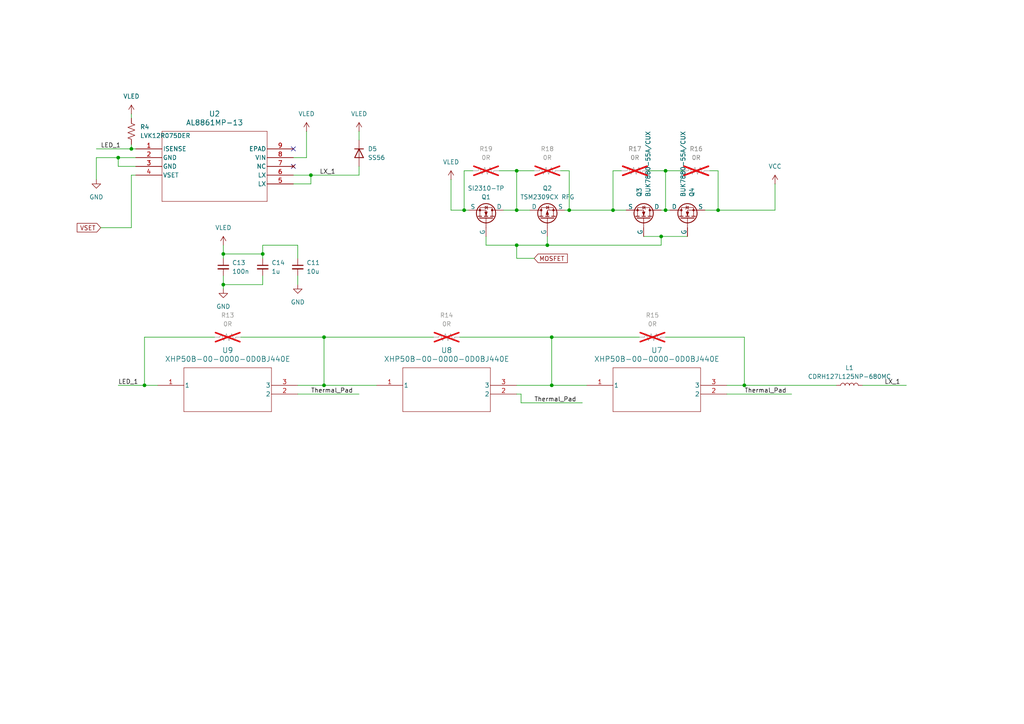
<source format=kicad_sch>
(kicad_sch (version 20250114) (generator "eeschema") (generator_version "9.0")
  (paper "A4")
  (lib_symbols
    (symbol "AL8861MP:AL8861MP-13" (pin_names (offset 0.254))
      (property "Reference" "U" (at 22.86 10.16 0))
      (property "Value" "AL8861MP-13" (at 22.86 7.62 0))
      (symbol "AL8861MP-13_0_1"
        (polyline (pts (xy 7.62 5.08) (xy 7.62 -15.24)) (stroke (width 0.127)))
        (polyline (pts (xy 7.62 -15.24) (xy 38.1 -15.24)) (stroke (width 0.127)))
        (polyline (pts (xy 38.1 5.08) (xy 7.62 5.08)) (stroke (width 0.127)))
        (polyline (pts (xy 38.1 -15.24) (xy 38.1 5.08)) (stroke (width 0.127)))
        (pin unspecified line (at 0 0 0) (length 7.62) (name "ISENSE") (number "1"))
        (pin power_out line (at 0 -2.54 0) (length 7.62) (name "GND") (number "2"))
        (pin power_out line (at 0 -5.08 0) (length 7.62) (name "GND") (number "3"))
        (pin power_in line (at 0 -7.62 0) (length 7.62) (name "VSET") (number "4"))
        (pin power_out line (at 45.72 0 180) (length 7.62) (name "EPAD") (number "9"))
        (pin power_in line (at 45.72 -2.54 180) (length 7.62) (name "VIN") (number "8"))
        (pin no_connect line (at 45.72 -5.08 180) (length 7.62) (name "NC") (number "7"))
        (pin unspecified line (at 45.72 -7.62 180) (length 7.62) (name "LX") (number "6"))
        (pin unspecified line (at 45.72 -10.16 180) (length 7.62) (name "LX") (number "5"))
      )
    )
    (symbol "Device:C_Small" (pin_numbers (hide yes)) (pin_names (offset 0.254) (hide yes))
      (property "Reference" "C" (at 0.254 1.778 0))
      (property "Value" "C_Small" (at 0.254 -2.032 0))
      (symbol "C_Small_0_1"
        (polyline (pts (xy -1.524 0.508) (xy 1.524 0.508)) (stroke (width 0.3048)))
        (polyline (pts (xy -1.524 -0.508) (xy 1.524 -0.508)) (stroke (width 0.3302)))
      )
      (symbol "C_Small_1_1"
        (pin passive line (at 0 2.54 270) (length 2.032) (name "~") (number "1"))
        (pin passive line (at 0 -2.54 90) (length 2.032) (name "~") (number "2"))
      )
    )
    (symbol "Device:D" (pin_numbers (hide yes)) (pin_names (offset 1.016) (hide yes))
      (property "Reference" "D" (at 0 2.54 0))
      (property "Value" "D" (at 0 -2.54 0))
      (symbol "D_0_1"
        (polyline (pts (xy -1.27 1.27) (xy -1.27 -1.27)) (stroke (width 0.254)))
        (polyline (pts (xy 1.27 1.27) (xy 1.27 -1.27) (xy -1.27 0) (xy 1.27 1.27)) (stroke (width 0.254)))
        (polyline (pts (xy 1.27 0) (xy -1.27 0)))
      )
      (symbol "D_1_1"
        (pin passive line (at -3.81 0 0) (length 2.54) (name "K") (number "1"))
        (pin passive line (at 3.81 0 180) (length 2.54) (name "A") (number "2"))
      )
    )
    (symbol "Device:L" (pin_numbers (hide yes)) (pin_names (offset 1.016) (hide yes))
      (property "Reference" "L" (at -1.27 0 90))
      (property "Value" "L" (at 1.905 0 90))
      (symbol "L_0_1"
        (arc (start 0 2.54) (mid 0.6323 1.905) (end 0 1.27))
        (arc (start 0 1.27) (mid 0.6323 0.635) (end 0 0))
        (arc (start 0 0) (mid 0.6323 -0.635) (end 0 -1.27))
        (arc (start 0 -1.27) (mid 0.6323 -1.905) (end 0 -2.54))
      )
      (symbol "L_1_1"
        (pin passive line (at 0 3.81 270) (length 1.27) (name "1") (number "1"))
        (pin passive line (at 0 -3.81 90) (length 1.27) (name "2") (number "2"))
      )
    )
    (symbol "Device:R_US" (pin_numbers (hide yes)) (pin_names (offset 0))
      (property "Reference" "R" (at 2.54 0 90))
      (property "Value" "R_US" (at -2.54 0 90))
      (symbol "R_US_0_1"
        (polyline (pts (xy 0 2.286) (xy 0 2.54)))
        (polyline (pts (xy 0 2.286) (xy 1.016 1.905) (xy 0 1.524) (xy -1.016 1.143) (xy 0 0.762)))
        (polyline (pts (xy 0 0.762) (xy 1.016 0.381) (xy 0 0) (xy -1.016 -0.381) (xy 0 -0.762)))
        (polyline (pts (xy 0 -0.762) (xy 1.016 -1.143) (xy 0 -1.524) (xy -1.016 -1.905) (xy 0 -2.286)))
        (polyline (pts (xy 0 -2.286) (xy 0 -2.54)))
      )
      (symbol "R_US_1_1"
        (pin passive line (at 0 3.81 270) (length 1.27) (name "~") (number "1"))
        (pin passive line (at 0 -3.81 90) (length 1.27) (name "~") (number "2"))
      )
    )
    (symbol "Simulation_SPICE:NMOS" (pin_numbers (hide yes)) (pin_names (offset 0))
      (property "Reference" "Q" (at 5.08 1.27 0))
      (property "Value" "NMOS" (at 5.08 -1.27 0))
      (symbol "NMOS_0_1"
        (polyline (pts (xy 0.254 1.905) (xy 0.254 -1.905)) (stroke (width 0.254)))
        (polyline (pts (xy 0.254 0) (xy -2.54 0)))
        (polyline (pts (xy 0.762 2.286) (xy 0.762 1.27)) (stroke (width 0.254)))
        (polyline (pts (xy 0.762 0.508) (xy 0.762 -0.508)) (stroke (width 0.254)))
        (polyline (pts (xy 0.762 -1.27) (xy 0.762 -2.286)) (stroke (width 0.254)))
        (polyline (pts (xy 0.762 -1.778) (xy 3.302 -1.778) (xy 3.302 1.778) (xy 0.762 1.778)))
        (polyline (pts (xy 1.016 0) (xy 2.032 0.381) (xy 2.032 -0.381) (xy 1.016 0)) (fill (type outline)))
        (circle (center 1.651 0) (radius 2.794) (stroke (width 0.254)))
        (polyline (pts (xy 2.54 2.54) (xy 2.54 1.778)))
        (circle (center 2.54 1.778) (radius 0.254) (fill (type outline)))
        (circle (center 2.54 -1.778) (radius 0.254) (fill (type outline)))
        (polyline (pts (xy 2.54 -2.54) (xy 2.54 0) (xy 0.762 0)))
        (polyline (pts (xy 2.794 0.508) (xy 2.921 0.381) (xy 3.683 0.381) (xy 3.81 0.254)))
        (polyline (pts (xy 3.302 0.381) (xy 2.921 -0.254) (xy 3.683 -0.254) (xy 3.302 0.381)))
      )
      (symbol "NMOS_1_1"
        (pin input line (at -5.08 0 0) (length 2.54) (name "G") (number "2"))
        (pin passive line (at 2.54 5.08 270) (length 2.54) (name "D") (number "1"))
        (pin passive line (at 2.54 -5.08 90) (length 2.54) (name "S") (number "3"))
      )
    )
    (symbol "Simulation_SPICE:PMOS" (pin_numbers (hide yes)) (pin_names (offset 0))
      (property "Reference" "Q" (at 5.08 1.27 0))
      (property "Value" "PMOS" (at 5.08 -1.27 0))
      (symbol "PMOS_0_1"
        (polyline (pts (xy 0.254 1.905) (xy 0.254 -1.905)) (stroke (width 0.254)))
        (polyline (pts (xy 0.254 0) (xy -2.54 0)))
        (polyline (pts (xy 0.762 2.286) (xy 0.762 1.27)) (stroke (width 0.254)))
        (polyline (pts (xy 0.762 1.778) (xy 3.302 1.778) (xy 3.302 -1.778) (xy 0.762 -1.778)))
        (polyline (pts (xy 0.762 0.508) (xy 0.762 -0.508)) (stroke (width 0.254)))
        (polyline (pts (xy 0.762 -1.27) (xy 0.762 -2.286)) (stroke (width 0.254)))
        (circle (center 1.651 0) (radius 2.794) (stroke (width 0.254)))
        (polyline (pts (xy 2.286 0) (xy 1.27 0.381) (xy 1.27 -0.381) (xy 2.286 0)) (fill (type outline)))
        (polyline (pts (xy 2.54 2.54) (xy 2.54 1.778)))
        (circle (center 2.54 1.778) (radius 0.254) (fill (type outline)))
        (circle (center 2.54 -1.778) (radius 0.254) (fill (type outline)))
        (polyline (pts (xy 2.54 -2.54) (xy 2.54 0) (xy 0.762 0)))
        (polyline (pts (xy 2.794 -0.508) (xy 2.921 -0.381) (xy 3.683 -0.381) (xy 3.81 -0.254)))
        (polyline (pts (xy 3.302 -0.381) (xy 2.921 0.254) (xy 3.683 0.254) (xy 3.302 -0.381)))
      )
      (symbol "PMOS_1_1"
        (pin input line (at -5.08 0 0) (length 2.54) (name "G") (number "2"))
        (pin passive line (at 2.54 5.08 270) (length 2.54) (name "D") (number "1"))
        (pin passive line (at 2.54 -5.08 90) (length 2.54) (name "S") (number "3"))
      )
    )
    (symbol "XHP50B-00-0000-0D0BJ440E:XHP50B-00-0000-0D0BJ440E" (pin_names (offset 0.254))
      (property "Reference" "U" (at 20.32 10.16 0))
      (property "Value" "XHP50B-00-0000-0D0BJ440E" (at 20.32 7.62 0))
      (symbol "XHP50B-00-0000-0D0BJ440E_0_1"
        (polyline (pts (xy 7.62 5.08) (xy 7.62 -7.62)) (stroke (width 0.127)))
        (polyline (pts (xy 7.62 -7.62) (xy 33.02 -7.62)) (stroke (width 0.127)))
        (polyline (pts (xy 33.02 5.08) (xy 7.62 5.08)) (stroke (width 0.127)))
        (polyline (pts (xy 33.02 -7.62) (xy 33.02 5.08)) (stroke (width 0.127)))
        (pin unspecified line (at 0 0 0) (length 7.62) (name "1") (number "1"))
        (pin unspecified line (at 40.64 0 180) (length 7.62) (name "3") (number "3"))
        (pin unspecified line (at 40.64 -2.54 180) (length 7.62) (name "2") (number "2"))
      )
    )
    (symbol "power:GND" (power) (pin_numbers (hide yes)) (pin_names (offset 0) (hide yes))
      (property "Value" "GND" (at 0 -3.81 0))
      (symbol "GND_0_1"
        (polyline (pts (xy 0 0) (xy 0 -1.27) (xy 1.27 -1.27) (xy 0 -2.54) (xy -1.27 -1.27) (xy 0 -1.27)))
      )
      (symbol "GND_1_1"
        (pin power_in line (at 0 0 270) (length 0) (name "~") (number "1"))
      )
    )
    (symbol "power:VBUS" (power) (pin_numbers (hide yes)) (pin_names (offset 0) (hide yes))
      (property "Value" "VBUS" (at 0 3.556 0))
      (symbol "VBUS_0_1"
        (polyline (pts (xy -0.762 1.27) (xy 0 2.54)))
        (polyline (pts (xy 0 2.54) (xy 0.762 1.27)))
        (polyline (pts (xy 0 0) (xy 0 2.54)))
      )
      (symbol "VBUS_1_1"
        (pin power_in line (at 0 0 90) (length 0) (name "~") (number "1"))
      )
    )
  )
  (junction (at 38.1 43.18))
  (junction (at 149.86 49.53))
  (junction (at 160.02 97.79))
  (junction (at 41.91 111.76))
  (junction (at 134.62 60.96))
  (junction (at 34.29 45.72))
  (junction (at 193.04 60.96))
  (junction (at 90.17 50.8))
  (junction (at 191.77 68.58))
  (junction (at 149.86 71.12))
  (junction (at 208.28 60.96))
  (junction (at 215.9 111.76))
  (junction (at 160.02 111.76))
  (junction (at 93.98 97.79))
  (junction (at 64.77 82.55))
  (junction (at 177.8 60.96))
  (junction (at 158.75 71.12))
  (junction (at 149.86 60.96))
  (junction (at 165.1 60.96))
  (junction (at 76.2 73.66))
  (junction (at 64.77 73.66))
  (junction (at 93.98 111.76))
  (junction (at 193.04 49.53))
  (no_connect (at 85.09 43.18))
  (no_connect (at 85.09 48.26))
  (wire (pts (xy 160.02 111.76) (xy 170.18 111.76)))
  (wire (pts (xy 133.35 97.79) (xy 160.02 97.79)))
  (wire (pts (xy 64.77 73.66) (xy 76.2 73.66)))
  (wire (pts (xy 140.97 68.58) (xy 140.97 71.12)))
  (wire (pts (xy 149.86 60.96) (xy 153.67 60.96)))
  (wire (pts (xy 191.77 60.96) (xy 193.04 60.96)))
  (wire (pts (xy 180.34 49.53) (xy 177.8 49.53)))
  (wire (pts (xy 86.36 114.3) (xy 104.14 114.3)))
  (wire (pts (xy 41.91 97.79) (xy 41.91 111.76)))
  (wire (pts (xy 76.2 71.12) (xy 76.2 73.66)))
  (wire (pts (xy 208.28 49.53) (xy 208.28 60.96)))
  (wire (pts (xy 154.94 49.53) (xy 149.86 49.53)))
  (wire (pts (xy 85.09 45.72) (xy 88.9 45.72)))
  (wire (pts (xy 130.81 52.07) (xy 130.81 60.96)))
  (wire (pts (xy 210.82 114.3) (xy 229.616 114.3)))
  (wire (pts (xy 149.86 71.12) (xy 149.86 74.93)))
  (wire (pts (xy 104.14 48.26) (xy 104.14 50.8)))
  (wire (pts (xy 151.13 116.84) (xy 168.91 116.84)))
  (wire (pts (xy 204.47 60.96) (xy 208.28 60.96)))
  (wire (pts (xy 69.85 97.79) (xy 93.98 97.79)))
  (wire (pts (xy 93.98 97.79) (xy 93.98 111.76)))
  (wire (pts (xy 64.77 80.01) (xy 64.77 82.55)))
  (wire (pts (xy 149.86 111.76) (xy 160.02 111.76)))
  (wire (pts (xy 64.77 82.55) (xy 64.77 83.82)))
  (wire (pts (xy 62.23 97.79) (xy 41.91 97.79)))
  (wire (pts (xy 41.91 111.76) (xy 45.72 111.76)))
  (wire (pts (xy 186.69 68.58) (xy 191.77 68.58)))
  (wire (pts (xy 76.2 80.01) (xy 76.2 82.55)))
  (wire (pts (xy 64.77 71.12) (xy 64.77 73.66)))
  (wire (pts (xy 93.98 97.79) (xy 125.73 97.79)))
  (wire (pts (xy 86.36 74.93) (xy 86.36 71.12)))
  (wire (pts (xy 215.9 97.79) (xy 215.9 111.76)))
  (wire (pts (xy 193.04 97.79) (xy 215.9 97.79)))
  (wire (pts (xy 160.02 97.79) (xy 185.42 97.79)))
  (wire (pts (xy 250.19 111.76) (xy 262.89 111.76)))
  (wire (pts (xy 191.77 68.58) (xy 191.77 71.12)))
  (wire (pts (xy 27.94 52.07) (xy 27.94 45.72)))
  (wire (pts (xy 191.77 68.58) (xy 199.39 68.58)))
  (wire (pts (xy 104.14 38.1) (xy 104.14 40.64)))
  (wire (pts (xy 224.79 53.34) (xy 224.79 60.96)))
  (wire (pts (xy 86.36 80.01) (xy 86.36 82.55)))
  (wire (pts (xy 215.9 111.76) (xy 242.57 111.76)))
  (wire (pts (xy 85.09 50.8) (xy 90.17 50.8)))
  (wire (pts (xy 149.86 114.3) (xy 151.13 114.3)))
  (wire (pts (xy 64.77 73.66) (xy 64.77 74.93)))
  (wire (pts (xy 39.37 48.26) (xy 34.29 48.26)))
  (wire (pts (xy 144.78 49.53) (xy 149.86 49.53)))
  (wire (pts (xy 210.82 111.76) (xy 215.9 111.76)))
  (wire (pts (xy 76.2 82.55) (xy 64.77 82.55)))
  (wire (pts (xy 34.29 111.76) (xy 41.91 111.76)))
  (wire (pts (xy 208.28 60.96) (xy 224.79 60.96)))
  (wire (pts (xy 38.1 43.18) (xy 39.37 43.18)))
  (wire (pts (xy 149.86 49.53) (xy 149.86 60.96)))
  (wire (pts (xy 134.62 49.53) (xy 134.62 60.96)))
  (wire (pts (xy 90.17 50.8) (xy 90.17 53.34)))
  (wire (pts (xy 205.74 49.53) (xy 208.28 49.53)))
  (wire (pts (xy 177.8 60.96) (xy 181.61 60.96)))
  (wire (pts (xy 140.97 71.12) (xy 149.86 71.12)))
  (wire (pts (xy 130.81 60.96) (xy 134.62 60.96)))
  (wire (pts (xy 134.62 60.96) (xy 135.89 60.96)))
  (wire (pts (xy 149.86 71.12) (xy 158.75 71.12)))
  (wire (pts (xy 163.83 60.96) (xy 165.1 60.96)))
  (wire (pts (xy 158.75 71.12) (xy 158.75 68.58)))
  (wire (pts (xy 146.05 60.96) (xy 149.86 60.96)))
  (wire (pts (xy 177.8 49.53) (xy 177.8 60.96)))
  (wire (pts (xy 151.13 114.3) (xy 151.13 116.84)))
  (wire (pts (xy 34.29 48.26) (xy 34.29 45.72)))
  (wire (pts (xy 90.17 53.34) (xy 85.09 53.34)))
  (wire (pts (xy 38.1 50.8) (xy 38.1 66.04)))
  (wire (pts (xy 93.98 111.76) (xy 109.22 111.76)))
  (wire (pts (xy 38.1 41.91) (xy 38.1 43.18)))
  (wire (pts (xy 158.75 71.12) (xy 191.77 71.12)))
  (wire (pts (xy 187.96 49.53) (xy 193.04 49.53)))
  (wire (pts (xy 27.94 45.72) (xy 34.29 45.72)))
  (wire (pts (xy 165.1 49.53) (xy 165.1 60.96)))
  (wire (pts (xy 149.86 74.93) (xy 154.94 74.93)))
  (wire (pts (xy 137.16 49.53) (xy 134.62 49.53)))
  (wire (pts (xy 90.17 50.8) (xy 104.14 50.8)))
  (wire (pts (xy 160.02 97.79) (xy 160.02 111.76)))
  (wire (pts (xy 165.1 60.96) (xy 177.8 60.96)))
  (wire (pts (xy 39.37 50.8) (xy 38.1 50.8)))
  (wire (pts (xy 38.1 33.02) (xy 38.1 34.29)))
  (wire (pts (xy 86.36 71.12) (xy 76.2 71.12)))
  (wire (pts (xy 86.36 111.76) (xy 93.98 111.76)))
  (wire (pts (xy 27.94 43.18) (xy 38.1 43.18)))
  (wire (pts (xy 162.56 49.53) (xy 165.1 49.53)))
  (wire (pts (xy 76.2 73.66) (xy 76.2 74.93)))
  (wire (pts (xy 29.21 66.04) (xy 38.1 66.04)))
  (wire (pts (xy 34.29 45.72) (xy 39.37 45.72)))
  (wire (pts (xy 198.12 49.53) (xy 193.04 49.53)))
  (wire (pts (xy 193.04 60.96) (xy 194.31 60.96)))
  (wire (pts (xy 88.9 38.1) (xy 88.9 45.72)))
  (wire (pts (xy 193.04 49.53) (xy 193.04 60.96)))
  (label "LX_1" (at 256.54 111.76 0))
  (label "Thermal_Pad" (at 154.94 116.84 0))
  (label "LX_1" (at 92.71 50.8 0))
  (label "Thermal_Pad" (at 90.17 114.3 0))
  (label "LED_1" (at 34.29 111.76 0))
  (label "LED_1" (at 29.21 43.18 0))
  (label "Thermal_Pad" (at 215.9 114.3 0))
  (global_label "MOSFET" (shape input) (at 154.94 74.93 0) (property "Intersheetrefs" "${INTERSHEET_REFS}" (effects (hide yes))))
  (global_label "VSET" (shape input) (at 29.21 66.04 180) (property "Intersheetrefs" "${INTERSHEET_REFS}" (effects (hide yes))))
  (symbol (lib_id "power:GND") (at 64.77 83.82 0) (unit 1)
    (property "Reference" "#PWR028" (effects (hide yes)))
    (property "Value" "GND" (at 64.77 88.9 0))
    (property "Description" "Power symbol creates a global label with name \"GND\" , ground" (effects (hide yes)))
  )
  (symbol (lib_id "Device:C_Small") (at 76.2 77.47 0) (unit 1)
    (property "Reference" "C14" (at 78.74 76.2062 0) (effects (justify left)))
    (property "Value" "1u" (at 78.74 78.7462 0) (effects (justify left)))
    (property "Footprint" "Capacitor_SMD:C_0603_1608Metric_Pad1.08x0.95mm_HandSolder" (effects (hide yes)))
    (property "Description" "Unpolarized capacitor, small symbol" (effects (hide yes)))
  )
  (symbol (lib_id "XHP50B-00-0000-0D0BJ440E:XHP50B-00-0000-0D0BJ440E") (at 45.72 111.76 0) (unit 1)
    (property "Reference" "U9" (at 66.04 101.6 0) (effects (font (size 1.524 1.524))))
    (property "Value" "XHP50B-00-0000-0D0BJ440E" (at 66.04 104.14 0) (effects (font (size 1.524 1.524))))
    (property "Footprint" "CHIP_D0BJ440E_WFS" (effects (hide yes)))
    (property "Datasheet" "XHP50B-00-0000-0D0BJ440E" (effects (hide yes)))
  )
  (symbol (lib_id "Device:C_Small") (at 86.36 77.47 0) (unit 1)
    (property "Reference" "C11" (at 88.9 76.2062 0) (effects (justify left)))
    (property "Value" "10u" (at 88.9 78.7462 0) (effects (justify left)))
    (property "Footprint" "Capacitor_SMD:C_0603_1608Metric_Pad1.08x0.95mm_HandSolder" (effects (hide yes)))
    (property "Description" "Unpolarized capacitor, small symbol" (effects (hide yes)))
  )
  (symbol (lib_id "Device:R_US") (at 184.15 49.53 270) (unit 1) (dnp yes)
    (property "Reference" "R17" (at 184.15 43.18 90))
    (property "Value" "0R" (at 184.15 45.72 90))
    (property "Footprint" "Resistor_SMD:R_1206_3216Metric_Pad1.30x1.75mm_HandSolder" (effects (hide yes)))
    (property "Description" "Resistor, US symbol" (effects (hide yes)))
  )
  (symbol (lib_id "Device:L") (at 246.38 111.76 90) (unit 1)
    (property "Reference" "L1" (at 246.38 106.68 90))
    (property "Value" "CDRH127L125NP-680MC" (at 246.38 109.22 90))
    (property "Footprint" "Library:CDRH127L125NP-680MC" (effects (hide yes)))
    (property "Description" "Inductor" (effects (hide yes)))
  )
  (symbol (lib_id "Device:R_US") (at 201.93 49.53 270) (unit 1) (dnp yes)
    (property "Reference" "R16" (at 201.93 43.18 90))
    (property "Value" "0R" (at 201.93 45.72 90))
    (property "Footprint" "Resistor_SMD:R_1206_3216Metric_Pad1.30x1.75mm_HandSolder" (effects (hide yes)))
    (property "Description" "Resistor, US symbol" (effects (hide yes)))
  )
  (symbol (lib_id "XHP50B-00-0000-0D0BJ440E:XHP50B-00-0000-0D0BJ440E") (at 170.18 111.76 0) (unit 1)
    (property "Reference" "U7" (at 190.5 101.6 0) (effects (font (size 1.524 1.524))))
    (property "Value" "XHP50B-00-0000-0D0BJ440E" (at 190.5 104.14 0) (effects (font (size 1.524 1.524))))
    (property "Footprint" "CHIP_D0BJ440E_WFS" (effects (hide yes)))
    (property "Datasheet" "XHP50B-00-0000-0D0BJ440E" (effects (hide yes)))
  )
  (symbol (lib_id "Device:R_US") (at 129.54 97.79 270) (unit 1) (dnp yes)
    (property "Reference" "R14" (at 129.54 91.44 90))
    (property "Value" "0R" (at 129.54 93.98 90))
    (property "Footprint" "Resistor_SMD:R_1206_3216Metric_Pad1.30x1.75mm_HandSolder" (effects (hide yes)))
    (property "Description" "Resistor, US symbol" (effects (hide yes)))
  )
  (symbol (lib_id "Simulation_SPICE:NMOS") (at 199.39 63.5 90) (unit 1)
    (property "Reference" "Q4" (at 200.6601 57.15 0) (effects (justify left)))
    (property "Value" "BUK7880-55A/CUX" (at 198.1201 57.15 0) (effects (justify left)))
    (property "Footprint" "Package_TO_SOT_SMD:SOT-223-3_TabPin2" (effects (hide yes)))
    (property "Datasheet" "https://assets.nexperia.com/documents/data-sheet/BUK7880-55A.pdf" (effects (hide yes)))
    (property "Description" "N-MOSFET transistor, drain/source/gate" (effects (hide yes)))
    (property "Sim.Device" "NMOS" (effects (hide yes)))
    (property "Sim.Type" "VDMOS" (effects (hide yes)))
    (property "Sim.Pins" "1=D 2=G 3=S" (effects (hide yes)))
  )
  (symbol (lib_id "power:VBUS") (at 38.1 33.02 0) (unit 1)
    (property "Reference" "#PWR033" (effects (hide yes)))
    (property "Value" "VLED" (at 38.1 27.94 0))
    (property "Description" "Power symbol creates a global label with name \"VBUS\"" (effects (hide yes)))
  )
  (symbol (lib_id "Device:R_US") (at 189.23 97.79 270) (unit 1) (dnp yes)
    (property "Reference" "R15" (at 189.23 91.44 90))
    (property "Value" "0R" (at 189.23 93.98 90))
    (property "Footprint" "Resistor_SMD:R_1206_3216Metric_Pad1.30x1.75mm_HandSolder" (effects (hide yes)))
    (property "Description" "Resistor, US symbol" (effects (hide yes)))
  )
  (symbol (lib_id "Simulation_SPICE:PMOS") (at 158.75 63.5 90) (unit 1)
    (property "Reference" "Q2" (at 158.75 54.61 90))
    (property "Value" "TSM2309CX RFG" (at 158.75 57.15 90))
    (property "Footprint" "Package_TO_SOT_SMD:SOT-23" (effects (hide yes)))
    (property "Datasheet" "https://ngspice.sourceforge.io/docs/ngspice-html-manual/manual.xhtml#cha_MOSFETs" (effects (hide yes)))
    (property "Description" "P-MOSFET transistor, drain/source/gate" (effects (hide yes)))
    (property "Sim.Device" "PMOS" (effects (hide yes)))
    (property "Sim.Type" "VDMOS" (effects (hide yes)))
    (property "Sim.Pins" "1=D 2=G 3=S" (effects (hide yes)))
  )
  (symbol (lib_id "power:VBUS") (at 130.81 52.07 0) (unit 1)
    (property "Reference" "#PWR030" (effects (hide yes)))
    (property "Value" "VLED" (at 130.81 46.99 0))
    (property "Description" "Power symbol creates a global label with name \"VBUS\"" (effects (hide yes)))
  )
  (symbol (lib_id "power:VBUS") (at 64.77 71.12 0) (unit 1)
    (property "Reference" "#PWR037" (effects (hide yes)))
    (property "Value" "VLED" (at 64.77 66.04 0))
    (property "Description" "Power symbol creates a global label with name \"VBUS\"" (effects (hide yes)))
  )
  (symbol (lib_id "Device:R_US") (at 158.75 49.53 270) (unit 1) (dnp yes)
    (property "Reference" "R18" (at 158.75 43.18 90))
    (property "Value" "0R" (at 158.75 45.72 90))
    (property "Footprint" "Resistor_SMD:R_1206_3216Metric_Pad1.30x1.75mm_HandSolder" (effects (hide yes)))
    (property "Description" "Resistor, US symbol" (effects (hide yes)))
  )
  (symbol (lib_id "Device:C_Small") (at 64.77 77.47 0) (unit 1)
    (property "Reference" "C13" (at 67.31 76.2062 0) (effects (justify left)))
    (property "Value" "100n" (at 67.31 78.7462 0) (effects (justify left)))
    (property "Footprint" "Capacitor_SMD:C_0603_1608Metric_Pad1.08x0.95mm_HandSolder" (effects (hide yes)))
    (property "Description" "Unpolarized capacitor, small symbol" (effects (hide yes)))
  )
  (symbol (lib_id "XHP50B-00-0000-0D0BJ440E:XHP50B-00-0000-0D0BJ440E") (at 109.22 111.76 0) (unit 1)
    (property "Reference" "U8" (at 129.54 101.6 0) (effects (font (size 1.524 1.524))))
    (property "Value" "XHP50B-00-0000-0D0BJ440E" (at 129.54 104.14 0) (effects (font (size 1.524 1.524))))
    (property "Footprint" "CHIP_D0BJ440E_WFS" (effects (hide yes)))
    (property "Datasheet" "XHP50B-00-0000-0D0BJ440E" (effects (hide yes)))
  )
  (symbol (lib_id "Device:R_US") (at 140.97 49.53 270) (unit 1) (dnp yes)
    (property "Reference" "R19" (at 140.97 43.18 90))
    (property "Value" "0R" (at 140.97 45.72 90))
    (property "Footprint" "Resistor_SMD:R_1206_3216Metric_Pad1.30x1.75mm_HandSolder" (effects (hide yes)))
    (property "Description" "Resistor, US symbol" (effects (hide yes)))
  )
  (symbol (lib_id "power:VBUS") (at 224.79 53.34 0) (unit 1)
    (property "Reference" "#PWR07" (effects (hide yes)))
    (property "Value" "VCC" (at 224.79 48.26 0))
    (property "Description" "Power symbol creates a global label with name \"VBUS\"" (effects (hide yes)))
  )
  (symbol (lib_id "AL8861MP:AL8861MP-13") (at 39.37 43.18 0) (unit 1)
    (property "Reference" "U2" (at 62.23 33.02 0) (effects (font (size 1.524 1.524))))
    (property "Value" "AL8861MP-13" (at 62.23 35.56 0) (effects (font (size 1.524 1.524))))
    (property "Footprint" "MSOP-8EP_DIO" (effects (hide yes)))
    (property "Datasheet" "AL8861MP-13" (effects (hide yes)))
  )
  (symbol (lib_id "Device:R_US") (at 66.04 97.79 270) (unit 1) (dnp yes)
    (property "Reference" "R13" (at 66.04 91.44 90))
    (property "Value" "0R" (at 66.04 93.98 90))
    (property "Footprint" "Resistor_SMD:R_1206_3216Metric_Pad1.30x1.75mm_HandSolder" (effects (hide yes)))
    (property "Description" "Resistor, US symbol" (effects (hide yes)))
  )
  (symbol (lib_id "power:VBUS") (at 104.14 38.1 0) (unit 1)
    (property "Reference" "#PWR035" (effects (hide yes)))
    (property "Value" "VLED" (at 104.14 33.02 0))
    (property "Description" "Power symbol creates a global label with name \"VBUS\"" (effects (hide yes)))
  )
  (symbol (lib_id "Simulation_SPICE:NMOS") (at 186.69 63.5 270) (mirror x) (unit 1)
    (property "Reference" "Q3" (at 185.4199 57.15 0) (effects (justify left)))
    (property "Value" "BUK7880-55A/CUX" (at 187.9599 57.15 0) (effects (justify left)))
    (property "Footprint" "Package_TO_SOT_SMD:SOT-223-3_TabPin2" (effects (hide yes)))
    (property "Datasheet" "https://assets.nexperia.com/documents/data-sheet/BUK7880-55A.pdf" (effects (hide yes)))
    (property "Description" "N-MOSFET transistor, drain/source/gate" (effects (hide yes)))
    (property "Sim.Device" "NMOS" (effects (hide yes)))
    (property "Sim.Type" "VDMOS" (effects (hide yes)))
    (property "Sim.Pins" "1=D 2=G 3=S" (effects (hide yes)))
  )
  (symbol (lib_id "power:VBUS") (at 88.9 38.1 0) (unit 1)
    (property "Reference" "#PWR031" (effects (hide yes)))
    (property "Value" "VLED" (at 88.9 33.02 0))
    (property "Description" "Power symbol creates a global label with name \"VBUS\"" (effects (hide yes)))
  )
  (symbol (lib_id "power:GND") (at 27.94 52.07 0) (unit 1)
    (property "Reference" "#PWR012" (effects (hide yes)))
    (property "Value" "GND" (at 27.94 57.15 0))
    (property "Description" "Power symbol creates a global label with name \"GND\" , ground" (effects (hide yes)))
  )
  (symbol (lib_id "Simulation_SPICE:NMOS") (at 140.97 63.5 270) (mirror x) (unit 1)
    (property "Reference" "Q1" (at 140.97 57.15 90))
    (property "Value" "SI2310-TP" (at 140.97 54.61 90))
    (property "Footprint" "Package_TO_SOT_SMD:SOT-23" (effects (hide yes)))
    (property "Datasheet" "https://ngspice.sourceforge.io/docs/ngspice-html-manual/manual.xhtml#cha_MOSFETs" (effects (hide yes)))
    (property "Description" "N-MOSFET transistor, drain/source/gate" (effects (hide yes)))
    (property "Sim.Device" "NMOS" (effects (hide yes)))
    (property "Sim.Type" "VDMOS" (effects (hide yes)))
    (property "Sim.Pins" "1=D 2=G 3=S" (effects (hide yes)))
  )
  (symbol (lib_id "Device:D") (at 104.14 44.45 270) (unit 1)
    (property "Reference" "D5" (at 106.68 43.1799 90) (effects (justify left)))
    (property "Value" "SS56" (at 106.68 45.7199 90) (effects (justify left)))
    (property "Footprint" "Diode_SMD:D_SMA_Handsoldering" (effects (hide yes)))
    (property "Description" "Diode" (effects (hide yes)))
    (property "Sim.Device" "D" (effects (hide yes)))
    (property "Sim.Pins" "1=K 2=A" (effects (hide yes)))
  )
  (symbol (lib_id "Device:R_US") (at 38.1 38.1 0) (unit 1)
    (property "Reference" "R4" (at 40.64 36.8299 0) (effects (justify left)))
    (property "Value" "LVK12R075DER" (at 40.64 39.3699 0) (effects (justify left)))
    (property "Footprint" "Resistor_SMD:R_1206_3216Metric_Pad1.30x1.75mm_HandSolder" (effects (hide yes)))
    (property "Datasheet" "-" (effects (hide yes)))
    (property "Description" "75m" (effects (hide yes)))
  )
  (symbol (lib_id "power:GND") (at 86.36 82.55 0) (unit 1)
    (property "Reference" "#PWR023" (effects (hide yes)))
    (property "Value" "GND" (at 86.36 87.63 0))
    (property "Description" "Power symbol creates a global label with name \"GND\" , ground" (effects (hide yes)))
  )
)
</source>
